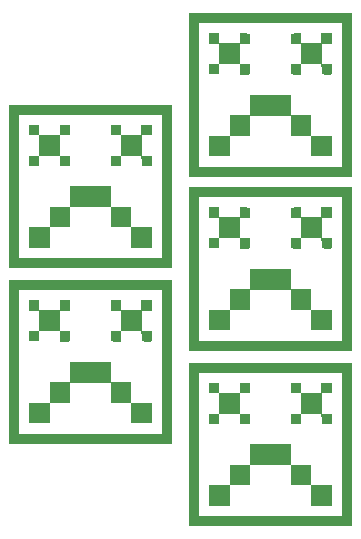
<source format=gbr>
%TF.GenerationSoftware,KiCad,Pcbnew,9.0.3*%
%TF.CreationDate,2025-08-06T11:21:27-04:00*%
%TF.ProjectId,rv_light,72765f6c-6967-4687-942e-6b696361645f,rev?*%
%TF.SameCoordinates,Original*%
%TF.FileFunction,Legend,Bot*%
%TF.FilePolarity,Positive*%
%FSLAX46Y46*%
G04 Gerber Fmt 4.6, Leading zero omitted, Abs format (unit mm)*
G04 Created by KiCad (PCBNEW 9.0.3) date 2025-08-06 11:21:27*
%MOMM*%
%LPD*%
G01*
G04 APERTURE LIST*
%ADD10C,0.000000*%
G04 APERTURE END LIST*
D10*
%TO.C,FID4*%
G36*
X25746363Y16743143D02*
G01*
X25746363Y15867923D01*
X24871143Y15867923D01*
X23995923Y15867923D01*
X23995923Y16743143D01*
X23995923Y17618363D01*
X24871143Y17618363D01*
X25746363Y17618363D01*
X25746363Y16743143D01*
G37*
G36*
X31817038Y23240935D02*
G01*
X31817038Y22792832D01*
X31379428Y22803325D01*
X30941818Y22813818D01*
X30931325Y23251428D01*
X30920832Y23689038D01*
X31368935Y23689038D01*
X31817038Y23689038D01*
X31817038Y23240935D01*
G37*
G36*
X36137272Y14154727D02*
G01*
X29210000Y14154727D01*
X22282727Y14154727D01*
X22282727Y21082000D01*
X22282727Y27152674D01*
X23139325Y27152674D01*
X23139325Y21082000D01*
X23139325Y15011325D01*
X29210000Y15011325D01*
X35280674Y15011325D01*
X35280674Y21082000D01*
X35280674Y27152674D01*
X29210000Y27152674D01*
X23139325Y27152674D01*
X22282727Y27152674D01*
X22282727Y28009272D01*
X29210000Y28009272D01*
X36137272Y28009272D01*
X36137272Y21082000D01*
X36137272Y14154727D01*
G37*
G36*
X33548856Y17618363D02*
G01*
X34424076Y17618363D01*
X34424076Y16743143D01*
X34424076Y15867923D01*
X33548856Y15867923D01*
X32673636Y15867923D01*
X32673636Y16743143D01*
X32673636Y17618363D01*
X33548856Y17618363D01*
G37*
G36*
X30960440Y20225401D02*
G01*
X30960440Y19368803D01*
X31817038Y19368803D01*
X32673636Y19368803D01*
X32673636Y18493583D01*
X32673636Y17618363D01*
X31798416Y17618363D01*
X30923196Y17618363D01*
X30923196Y18474962D01*
X30923196Y19331560D01*
X29210000Y19331560D01*
X27496803Y19331560D01*
X27496803Y18474962D01*
X27496803Y17618363D01*
X26621583Y17618363D01*
X25746363Y17618363D01*
X25746363Y18493583D01*
X25746363Y19368803D01*
X26602962Y19368803D01*
X27459560Y19368803D01*
X27459560Y20225401D01*
X27459560Y21082000D01*
X29210000Y21082000D01*
X30960440Y21082000D01*
X30960440Y20225401D01*
G37*
G36*
X31817038Y25868959D02*
G01*
X31817038Y25439478D01*
X32673636Y25439478D01*
X33530234Y25439478D01*
X33530234Y25867777D01*
X33530234Y26296076D01*
X33977155Y26296076D01*
X34424076Y26296076D01*
X34424076Y25849155D01*
X34424076Y25402234D01*
X33995777Y25402234D01*
X33567478Y25402234D01*
X33567478Y24545636D01*
X33567478Y23689038D01*
X33995777Y23689038D01*
X34424076Y23689038D01*
X34424076Y23266946D01*
X34422364Y23114916D01*
X34416858Y22968504D01*
X34408459Y22864473D01*
X34398096Y22818874D01*
X34364258Y22810622D01*
X34268789Y22803971D01*
X34128776Y22801356D01*
X33960486Y22803356D01*
X33548856Y22813818D01*
X33538363Y23251428D01*
X33527870Y23689038D01*
X32672454Y23689038D01*
X31817038Y23689038D01*
X31817038Y24544454D01*
X31817038Y25399870D01*
X31379428Y25410363D01*
X30941818Y25420856D01*
X30941818Y25849155D01*
X30941818Y26277454D01*
X31379428Y26287947D01*
X31817038Y26298440D01*
X31817038Y25868959D01*
G37*
G36*
X27049882Y23689038D02*
G01*
X27496803Y23689038D01*
X27496803Y23266946D01*
X27495164Y23114845D01*
X27489901Y22968746D01*
X27481875Y22865142D01*
X27471974Y22820025D01*
X27435251Y22811174D01*
X27337505Y22802890D01*
X27195441Y22797268D01*
X27025053Y22795196D01*
X26602962Y22795196D01*
X26602962Y23242117D01*
X26602962Y23689038D01*
X27049882Y23689038D01*
G37*
G36*
X27040571Y26287947D02*
G01*
X27478181Y26277454D01*
X27478181Y25849155D01*
X27478181Y25420856D01*
X27040571Y25410363D01*
X26602962Y25399870D01*
X26602962Y24544454D01*
X26602962Y23689038D01*
X25747545Y23689038D01*
X24892129Y23689038D01*
X24881636Y23251428D01*
X24871143Y22813818D01*
X24442844Y22813818D01*
X24014545Y22813818D01*
X24004052Y23251428D01*
X23993560Y23689038D01*
X24423041Y23689038D01*
X24852522Y23689038D01*
X24852522Y24545636D01*
X24852522Y25402234D01*
X24424223Y25402234D01*
X23995923Y25402234D01*
X23995923Y25849155D01*
X23995923Y26296076D01*
X24442844Y26296076D01*
X24889765Y26296076D01*
X24889765Y25867777D01*
X24889765Y25439478D01*
X25746363Y25439478D01*
X26602962Y25439478D01*
X26602962Y25868959D01*
X26602962Y26298440D01*
X27040571Y26287947D01*
G37*
%TO.C,FID5*%
G36*
X40986363Y39344688D02*
G01*
X40986363Y38469468D01*
X40111143Y38469468D01*
X39235923Y38469468D01*
X39235923Y39344688D01*
X39235923Y40219908D01*
X40111143Y40219908D01*
X40986363Y40219908D01*
X40986363Y39344688D01*
G37*
G36*
X47057038Y45842480D02*
G01*
X47057038Y45394377D01*
X46619428Y45404870D01*
X46181818Y45415363D01*
X46171325Y45852973D01*
X46160832Y46290583D01*
X46608935Y46290583D01*
X47057038Y46290583D01*
X47057038Y45842480D01*
G37*
G36*
X51377272Y36756272D02*
G01*
X44450000Y36756272D01*
X37522727Y36756272D01*
X37522727Y43683545D01*
X37522727Y49754219D01*
X38379325Y49754219D01*
X38379325Y43683545D01*
X38379325Y37612870D01*
X44450000Y37612870D01*
X50520674Y37612870D01*
X50520674Y43683545D01*
X50520674Y49754219D01*
X44450000Y49754219D01*
X38379325Y49754219D01*
X37522727Y49754219D01*
X37522727Y50610817D01*
X44450000Y50610817D01*
X51377272Y50610817D01*
X51377272Y43683545D01*
X51377272Y36756272D01*
G37*
G36*
X48788856Y40219908D02*
G01*
X49664076Y40219908D01*
X49664076Y39344688D01*
X49664076Y38469468D01*
X48788856Y38469468D01*
X47913636Y38469468D01*
X47913636Y39344688D01*
X47913636Y40219908D01*
X48788856Y40219908D01*
G37*
G36*
X46200440Y42826946D02*
G01*
X46200440Y41970348D01*
X47057038Y41970348D01*
X47913636Y41970348D01*
X47913636Y41095128D01*
X47913636Y40219908D01*
X47038416Y40219908D01*
X46163196Y40219908D01*
X46163196Y41076507D01*
X46163196Y41933105D01*
X44450000Y41933105D01*
X42736803Y41933105D01*
X42736803Y41076507D01*
X42736803Y40219908D01*
X41861583Y40219908D01*
X40986363Y40219908D01*
X40986363Y41095128D01*
X40986363Y41970348D01*
X41842962Y41970348D01*
X42699560Y41970348D01*
X42699560Y42826946D01*
X42699560Y43683545D01*
X44450000Y43683545D01*
X46200440Y43683545D01*
X46200440Y42826946D01*
G37*
G36*
X47057038Y48470504D02*
G01*
X47057038Y48041023D01*
X47913636Y48041023D01*
X48770234Y48041023D01*
X48770234Y48469322D01*
X48770234Y48897621D01*
X49217155Y48897621D01*
X49664076Y48897621D01*
X49664076Y48450700D01*
X49664076Y48003779D01*
X49235777Y48003779D01*
X48807478Y48003779D01*
X48807478Y47147181D01*
X48807478Y46290583D01*
X49235777Y46290583D01*
X49664076Y46290583D01*
X49664076Y45868491D01*
X49662364Y45716461D01*
X49656858Y45570049D01*
X49648459Y45466018D01*
X49638096Y45420419D01*
X49604258Y45412167D01*
X49508789Y45405516D01*
X49368776Y45402901D01*
X49200486Y45404901D01*
X48788856Y45415363D01*
X48778363Y45852973D01*
X48767870Y46290583D01*
X47912454Y46290583D01*
X47057038Y46290583D01*
X47057038Y47145999D01*
X47057038Y48001415D01*
X46619428Y48011908D01*
X46181818Y48022401D01*
X46181818Y48450700D01*
X46181818Y48878999D01*
X46619428Y48889492D01*
X47057038Y48899985D01*
X47057038Y48470504D01*
G37*
G36*
X42289882Y46290583D02*
G01*
X42736803Y46290583D01*
X42736803Y45868491D01*
X42735164Y45716390D01*
X42729901Y45570291D01*
X42721875Y45466687D01*
X42711974Y45421570D01*
X42675251Y45412719D01*
X42577505Y45404435D01*
X42435441Y45398813D01*
X42265053Y45396741D01*
X41842962Y45396741D01*
X41842962Y45843662D01*
X41842962Y46290583D01*
X42289882Y46290583D01*
G37*
G36*
X42280571Y48889492D02*
G01*
X42718181Y48878999D01*
X42718181Y48450700D01*
X42718181Y48022401D01*
X42280571Y48011908D01*
X41842962Y48001415D01*
X41842962Y47145999D01*
X41842962Y46290583D01*
X40987545Y46290583D01*
X40132129Y46290583D01*
X40121636Y45852973D01*
X40111143Y45415363D01*
X39682844Y45415363D01*
X39254545Y45415363D01*
X39244052Y45852973D01*
X39233560Y46290583D01*
X39663041Y46290583D01*
X40092522Y46290583D01*
X40092522Y47147181D01*
X40092522Y48003779D01*
X39664223Y48003779D01*
X39235923Y48003779D01*
X39235923Y48450700D01*
X39235923Y48897621D01*
X39682844Y48897621D01*
X40129765Y48897621D01*
X40129765Y48469322D01*
X40129765Y48041023D01*
X40986363Y48041023D01*
X41842962Y48041023D01*
X41842962Y48470504D01*
X41842962Y48899985D01*
X42280571Y48889492D01*
G37*
%TO.C,FID3*%
G36*
X25746363Y31597688D02*
G01*
X25746363Y30722468D01*
X24871143Y30722468D01*
X23995923Y30722468D01*
X23995923Y31597688D01*
X23995923Y32472908D01*
X24871143Y32472908D01*
X25746363Y32472908D01*
X25746363Y31597688D01*
G37*
G36*
X31817038Y38095480D02*
G01*
X31817038Y37647377D01*
X31379428Y37657870D01*
X30941818Y37668363D01*
X30931325Y38105973D01*
X30920832Y38543583D01*
X31368935Y38543583D01*
X31817038Y38543583D01*
X31817038Y38095480D01*
G37*
G36*
X36137272Y29009272D02*
G01*
X29210000Y29009272D01*
X22282727Y29009272D01*
X22282727Y35936545D01*
X22282727Y42007219D01*
X23139325Y42007219D01*
X23139325Y35936545D01*
X23139325Y29865870D01*
X29210000Y29865870D01*
X35280674Y29865870D01*
X35280674Y35936545D01*
X35280674Y42007219D01*
X29210000Y42007219D01*
X23139325Y42007219D01*
X22282727Y42007219D01*
X22282727Y42863817D01*
X29210000Y42863817D01*
X36137272Y42863817D01*
X36137272Y35936545D01*
X36137272Y29009272D01*
G37*
G36*
X33548856Y32472908D02*
G01*
X34424076Y32472908D01*
X34424076Y31597688D01*
X34424076Y30722468D01*
X33548856Y30722468D01*
X32673636Y30722468D01*
X32673636Y31597688D01*
X32673636Y32472908D01*
X33548856Y32472908D01*
G37*
G36*
X30960440Y35079946D02*
G01*
X30960440Y34223348D01*
X31817038Y34223348D01*
X32673636Y34223348D01*
X32673636Y33348128D01*
X32673636Y32472908D01*
X31798416Y32472908D01*
X30923196Y32472908D01*
X30923196Y33329507D01*
X30923196Y34186105D01*
X29210000Y34186105D01*
X27496803Y34186105D01*
X27496803Y33329507D01*
X27496803Y32472908D01*
X26621583Y32472908D01*
X25746363Y32472908D01*
X25746363Y33348128D01*
X25746363Y34223348D01*
X26602962Y34223348D01*
X27459560Y34223348D01*
X27459560Y35079946D01*
X27459560Y35936545D01*
X29210000Y35936545D01*
X30960440Y35936545D01*
X30960440Y35079946D01*
G37*
G36*
X31817038Y40723504D02*
G01*
X31817038Y40294023D01*
X32673636Y40294023D01*
X33530234Y40294023D01*
X33530234Y40722322D01*
X33530234Y41150621D01*
X33977155Y41150621D01*
X34424076Y41150621D01*
X34424076Y40703700D01*
X34424076Y40256779D01*
X33995777Y40256779D01*
X33567478Y40256779D01*
X33567478Y39400181D01*
X33567478Y38543583D01*
X33995777Y38543583D01*
X34424076Y38543583D01*
X34424076Y38121491D01*
X34422364Y37969461D01*
X34416858Y37823049D01*
X34408459Y37719018D01*
X34398096Y37673419D01*
X34364258Y37665167D01*
X34268789Y37658516D01*
X34128776Y37655901D01*
X33960486Y37657901D01*
X33548856Y37668363D01*
X33538363Y38105973D01*
X33527870Y38543583D01*
X32672454Y38543583D01*
X31817038Y38543583D01*
X31817038Y39398999D01*
X31817038Y40254415D01*
X31379428Y40264908D01*
X30941818Y40275401D01*
X30941818Y40703700D01*
X30941818Y41131999D01*
X31379428Y41142492D01*
X31817038Y41152985D01*
X31817038Y40723504D01*
G37*
G36*
X27049882Y38543583D02*
G01*
X27496803Y38543583D01*
X27496803Y38121491D01*
X27495164Y37969390D01*
X27489901Y37823291D01*
X27481875Y37719687D01*
X27471974Y37674570D01*
X27435251Y37665719D01*
X27337505Y37657435D01*
X27195441Y37651813D01*
X27025053Y37649741D01*
X26602962Y37649741D01*
X26602962Y38096662D01*
X26602962Y38543583D01*
X27049882Y38543583D01*
G37*
G36*
X27040571Y41142492D02*
G01*
X27478181Y41131999D01*
X27478181Y40703700D01*
X27478181Y40275401D01*
X27040571Y40264908D01*
X26602962Y40254415D01*
X26602962Y39398999D01*
X26602962Y38543583D01*
X25747545Y38543583D01*
X24892129Y38543583D01*
X24881636Y38105973D01*
X24871143Y37668363D01*
X24442844Y37668363D01*
X24014545Y37668363D01*
X24004052Y38105973D01*
X23993560Y38543583D01*
X24423041Y38543583D01*
X24852522Y38543583D01*
X24852522Y39400181D01*
X24852522Y40256779D01*
X24424223Y40256779D01*
X23995923Y40256779D01*
X23995923Y40703700D01*
X23995923Y41150621D01*
X24442844Y41150621D01*
X24889765Y41150621D01*
X24889765Y40722322D01*
X24889765Y40294023D01*
X25746363Y40294023D01*
X26602962Y40294023D01*
X26602962Y40723504D01*
X26602962Y41152985D01*
X27040571Y41142492D01*
G37*
%TO.C,FID6*%
G36*
X40986363Y24612688D02*
G01*
X40986363Y23737468D01*
X40111143Y23737468D01*
X39235923Y23737468D01*
X39235923Y24612688D01*
X39235923Y25487908D01*
X40111143Y25487908D01*
X40986363Y25487908D01*
X40986363Y24612688D01*
G37*
G36*
X47057038Y31110480D02*
G01*
X47057038Y30662377D01*
X46619428Y30672870D01*
X46181818Y30683363D01*
X46171325Y31120973D01*
X46160832Y31558583D01*
X46608935Y31558583D01*
X47057038Y31558583D01*
X47057038Y31110480D01*
G37*
G36*
X51377272Y22024272D02*
G01*
X44450000Y22024272D01*
X37522727Y22024272D01*
X37522727Y28951545D01*
X37522727Y35022219D01*
X38379325Y35022219D01*
X38379325Y28951545D01*
X38379325Y22880870D01*
X44450000Y22880870D01*
X50520674Y22880870D01*
X50520674Y28951545D01*
X50520674Y35022219D01*
X44450000Y35022219D01*
X38379325Y35022219D01*
X37522727Y35022219D01*
X37522727Y35878817D01*
X44450000Y35878817D01*
X51377272Y35878817D01*
X51377272Y28951545D01*
X51377272Y22024272D01*
G37*
G36*
X48788856Y25487908D02*
G01*
X49664076Y25487908D01*
X49664076Y24612688D01*
X49664076Y23737468D01*
X48788856Y23737468D01*
X47913636Y23737468D01*
X47913636Y24612688D01*
X47913636Y25487908D01*
X48788856Y25487908D01*
G37*
G36*
X46200440Y28094946D02*
G01*
X46200440Y27238348D01*
X47057038Y27238348D01*
X47913636Y27238348D01*
X47913636Y26363128D01*
X47913636Y25487908D01*
X47038416Y25487908D01*
X46163196Y25487908D01*
X46163196Y26344507D01*
X46163196Y27201105D01*
X44450000Y27201105D01*
X42736803Y27201105D01*
X42736803Y26344507D01*
X42736803Y25487908D01*
X41861583Y25487908D01*
X40986363Y25487908D01*
X40986363Y26363128D01*
X40986363Y27238348D01*
X41842962Y27238348D01*
X42699560Y27238348D01*
X42699560Y28094946D01*
X42699560Y28951545D01*
X44450000Y28951545D01*
X46200440Y28951545D01*
X46200440Y28094946D01*
G37*
G36*
X47057038Y33738504D02*
G01*
X47057038Y33309023D01*
X47913636Y33309023D01*
X48770234Y33309023D01*
X48770234Y33737322D01*
X48770234Y34165621D01*
X49217155Y34165621D01*
X49664076Y34165621D01*
X49664076Y33718700D01*
X49664076Y33271779D01*
X49235777Y33271779D01*
X48807478Y33271779D01*
X48807478Y32415181D01*
X48807478Y31558583D01*
X49235777Y31558583D01*
X49664076Y31558583D01*
X49664076Y31136491D01*
X49662364Y30984461D01*
X49656858Y30838049D01*
X49648459Y30734018D01*
X49638096Y30688419D01*
X49604258Y30680167D01*
X49508789Y30673516D01*
X49368776Y30670901D01*
X49200486Y30672901D01*
X48788856Y30683363D01*
X48778363Y31120973D01*
X48767870Y31558583D01*
X47912454Y31558583D01*
X47057038Y31558583D01*
X47057038Y32413999D01*
X47057038Y33269415D01*
X46619428Y33279908D01*
X46181818Y33290401D01*
X46181818Y33718700D01*
X46181818Y34146999D01*
X46619428Y34157492D01*
X47057038Y34167985D01*
X47057038Y33738504D01*
G37*
G36*
X42289882Y31558583D02*
G01*
X42736803Y31558583D01*
X42736803Y31136491D01*
X42735164Y30984390D01*
X42729901Y30838291D01*
X42721875Y30734687D01*
X42711974Y30689570D01*
X42675251Y30680719D01*
X42577505Y30672435D01*
X42435441Y30666813D01*
X42265053Y30664741D01*
X41842962Y30664741D01*
X41842962Y31111662D01*
X41842962Y31558583D01*
X42289882Y31558583D01*
G37*
G36*
X42280571Y34157492D02*
G01*
X42718181Y34146999D01*
X42718181Y33718700D01*
X42718181Y33290401D01*
X42280571Y33279908D01*
X41842962Y33269415D01*
X41842962Y32413999D01*
X41842962Y31558583D01*
X40987545Y31558583D01*
X40132129Y31558583D01*
X40121636Y31120973D01*
X40111143Y30683363D01*
X39682844Y30683363D01*
X39254545Y30683363D01*
X39244052Y31120973D01*
X39233560Y31558583D01*
X39663041Y31558583D01*
X40092522Y31558583D01*
X40092522Y32415181D01*
X40092522Y33271779D01*
X39664223Y33271779D01*
X39235923Y33271779D01*
X39235923Y33718700D01*
X39235923Y34165621D01*
X39682844Y34165621D01*
X40129765Y34165621D01*
X40129765Y33737322D01*
X40129765Y33309023D01*
X40986363Y33309023D01*
X41842962Y33309023D01*
X41842962Y33738504D01*
X41842962Y34167985D01*
X42280571Y34157492D01*
G37*
%TO.C,FID2*%
G36*
X40986363Y9758143D02*
G01*
X40986363Y8882923D01*
X40111143Y8882923D01*
X39235923Y8882923D01*
X39235923Y9758143D01*
X39235923Y10633363D01*
X40111143Y10633363D01*
X40986363Y10633363D01*
X40986363Y9758143D01*
G37*
G36*
X47057038Y16255935D02*
G01*
X47057038Y15807832D01*
X46619428Y15818325D01*
X46181818Y15828818D01*
X46171325Y16266428D01*
X46160832Y16704038D01*
X46608935Y16704038D01*
X47057038Y16704038D01*
X47057038Y16255935D01*
G37*
G36*
X51377272Y7169727D02*
G01*
X44450000Y7169727D01*
X37522727Y7169727D01*
X37522727Y14097000D01*
X37522727Y20167674D01*
X38379325Y20167674D01*
X38379325Y14097000D01*
X38379325Y8026325D01*
X44450000Y8026325D01*
X50520674Y8026325D01*
X50520674Y14097000D01*
X50520674Y20167674D01*
X44450000Y20167674D01*
X38379325Y20167674D01*
X37522727Y20167674D01*
X37522727Y21024272D01*
X44450000Y21024272D01*
X51377272Y21024272D01*
X51377272Y14097000D01*
X51377272Y7169727D01*
G37*
G36*
X48788856Y10633363D02*
G01*
X49664076Y10633363D01*
X49664076Y9758143D01*
X49664076Y8882923D01*
X48788856Y8882923D01*
X47913636Y8882923D01*
X47913636Y9758143D01*
X47913636Y10633363D01*
X48788856Y10633363D01*
G37*
G36*
X46200440Y13240401D02*
G01*
X46200440Y12383803D01*
X47057038Y12383803D01*
X47913636Y12383803D01*
X47913636Y11508583D01*
X47913636Y10633363D01*
X47038416Y10633363D01*
X46163196Y10633363D01*
X46163196Y11489962D01*
X46163196Y12346560D01*
X44450000Y12346560D01*
X42736803Y12346560D01*
X42736803Y11489962D01*
X42736803Y10633363D01*
X41861583Y10633363D01*
X40986363Y10633363D01*
X40986363Y11508583D01*
X40986363Y12383803D01*
X41842962Y12383803D01*
X42699560Y12383803D01*
X42699560Y13240401D01*
X42699560Y14097000D01*
X44450000Y14097000D01*
X46200440Y14097000D01*
X46200440Y13240401D01*
G37*
G36*
X47057038Y18883959D02*
G01*
X47057038Y18454478D01*
X47913636Y18454478D01*
X48770234Y18454478D01*
X48770234Y18882777D01*
X48770234Y19311076D01*
X49217155Y19311076D01*
X49664076Y19311076D01*
X49664076Y18864155D01*
X49664076Y18417234D01*
X49235777Y18417234D01*
X48807478Y18417234D01*
X48807478Y17560636D01*
X48807478Y16704038D01*
X49235777Y16704038D01*
X49664076Y16704038D01*
X49664076Y16281946D01*
X49662364Y16129916D01*
X49656858Y15983504D01*
X49648459Y15879473D01*
X49638096Y15833874D01*
X49604258Y15825622D01*
X49508789Y15818971D01*
X49368776Y15816356D01*
X49200486Y15818356D01*
X48788856Y15828818D01*
X48778363Y16266428D01*
X48767870Y16704038D01*
X47912454Y16704038D01*
X47057038Y16704038D01*
X47057038Y17559454D01*
X47057038Y18414870D01*
X46619428Y18425363D01*
X46181818Y18435856D01*
X46181818Y18864155D01*
X46181818Y19292454D01*
X46619428Y19302947D01*
X47057038Y19313440D01*
X47057038Y18883959D01*
G37*
G36*
X42289882Y16704038D02*
G01*
X42736803Y16704038D01*
X42736803Y16281946D01*
X42735164Y16129845D01*
X42729901Y15983746D01*
X42721875Y15880142D01*
X42711974Y15835025D01*
X42675251Y15826174D01*
X42577505Y15817890D01*
X42435441Y15812268D01*
X42265053Y15810196D01*
X41842962Y15810196D01*
X41842962Y16257117D01*
X41842962Y16704038D01*
X42289882Y16704038D01*
G37*
G36*
X42280571Y19302947D02*
G01*
X42718181Y19292454D01*
X42718181Y18864155D01*
X42718181Y18435856D01*
X42280571Y18425363D01*
X41842962Y18414870D01*
X41842962Y17559454D01*
X41842962Y16704038D01*
X40987545Y16704038D01*
X40132129Y16704038D01*
X40121636Y16266428D01*
X40111143Y15828818D01*
X39682844Y15828818D01*
X39254545Y15828818D01*
X39244052Y16266428D01*
X39233560Y16704038D01*
X39663041Y16704038D01*
X40092522Y16704038D01*
X40092522Y17560636D01*
X40092522Y18417234D01*
X39664223Y18417234D01*
X39235923Y18417234D01*
X39235923Y18864155D01*
X39235923Y19311076D01*
X39682844Y19311076D01*
X40129765Y19311076D01*
X40129765Y18882777D01*
X40129765Y18454478D01*
X40986363Y18454478D01*
X41842962Y18454478D01*
X41842962Y18883959D01*
X41842962Y19313440D01*
X42280571Y19302947D01*
G37*
%TD*%
M02*

</source>
